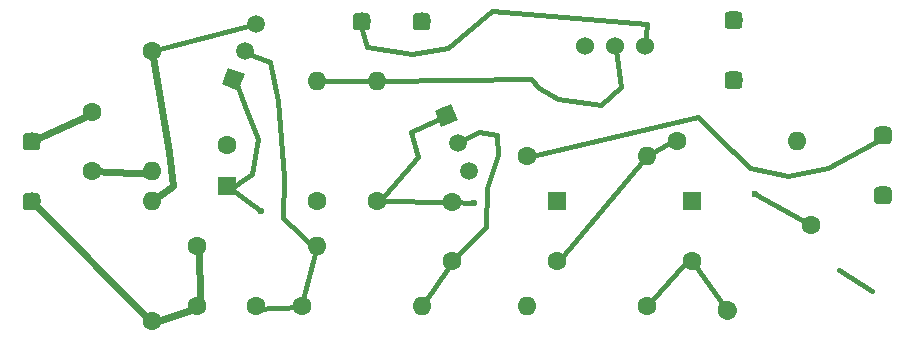
<source format=gbr>
G04 #@! TF.GenerationSoftware,KiCad,Pcbnew,(5.1.4)-1*
G04 #@! TF.CreationDate,2021-03-27T03:22:11-04:00*
G04 #@! TF.ProjectId,klark amp boards,6b6c6172-6b20-4616-9d70-20626f617264,1*
G04 #@! TF.SameCoordinates,Original*
G04 #@! TF.FileFunction,Copper,L1,Top*
G04 #@! TF.FilePolarity,Positive*
%FSLAX46Y46*%
G04 Gerber Fmt 4.6, Leading zero omitted, Abs format (unit mm)*
G04 Created by KiCad (PCBNEW (5.1.4)-1) date 2021-03-27 03:22:11*
%MOMM*%
%LPD*%
G04 APERTURE LIST*
%ADD10C,1.500000*%
%ADD11C,0.152400*%
%ADD12C,1.524000*%
%ADD13O,1.600000X1.600000*%
%ADD14C,1.600000*%
%ADD15C,1.600000*%
%ADD16R,1.600000X1.600000*%
%ADD17C,0.600000*%
%ADD18C,0.400000*%
%ADD19C,0.600000*%
G04 APERTURE END LIST*
D10*
X167190420Y-84155280D03*
D11*
G36*
X166784523Y-85135202D02*
G01*
X166210498Y-83749383D01*
X167596317Y-83175358D01*
X168170342Y-84561177D01*
X166784523Y-85135202D01*
X166784523Y-85135202D01*
G37*
D10*
X169134452Y-88848588D03*
X168162436Y-86501934D03*
X149148800Y-81081880D03*
D11*
G36*
X150128722Y-80675983D02*
G01*
X149554697Y-82061802D01*
X148168878Y-81487777D01*
X148742903Y-80101958D01*
X150128722Y-80675983D01*
X150128722Y-80675983D01*
G37*
D10*
X151092832Y-76388572D03*
X150120816Y-78735226D03*
D11*
G36*
X191925216Y-80432746D02*
G01*
X191961619Y-80438146D01*
X191997317Y-80447087D01*
X192031966Y-80459485D01*
X192065234Y-80475220D01*
X192096799Y-80494139D01*
X192126357Y-80516061D01*
X192153625Y-80540775D01*
X192178339Y-80568043D01*
X192200261Y-80597601D01*
X192219180Y-80629166D01*
X192234915Y-80662434D01*
X192247313Y-80697083D01*
X192256254Y-80732781D01*
X192261654Y-80769184D01*
X192263460Y-80805940D01*
X192263460Y-81555940D01*
X192261654Y-81592696D01*
X192256254Y-81629099D01*
X192247313Y-81664797D01*
X192234915Y-81699446D01*
X192219180Y-81732714D01*
X192200261Y-81764279D01*
X192178339Y-81793837D01*
X192153625Y-81821105D01*
X192126357Y-81845819D01*
X192096799Y-81867741D01*
X192065234Y-81886660D01*
X192031966Y-81902395D01*
X191997317Y-81914793D01*
X191961619Y-81923734D01*
X191925216Y-81929134D01*
X191888460Y-81930940D01*
X191138460Y-81930940D01*
X191101704Y-81929134D01*
X191065301Y-81923734D01*
X191029603Y-81914793D01*
X190994954Y-81902395D01*
X190961686Y-81886660D01*
X190930121Y-81867741D01*
X190900563Y-81845819D01*
X190873295Y-81821105D01*
X190848581Y-81793837D01*
X190826659Y-81764279D01*
X190807740Y-81732714D01*
X190792005Y-81699446D01*
X190779607Y-81664797D01*
X190770666Y-81629099D01*
X190765266Y-81592696D01*
X190763460Y-81555940D01*
X190763460Y-80805940D01*
X190765266Y-80769184D01*
X190770666Y-80732781D01*
X190779607Y-80697083D01*
X190792005Y-80662434D01*
X190807740Y-80629166D01*
X190826659Y-80597601D01*
X190848581Y-80568043D01*
X190873295Y-80540775D01*
X190900563Y-80516061D01*
X190930121Y-80494139D01*
X190961686Y-80475220D01*
X190994954Y-80459485D01*
X191029603Y-80447087D01*
X191065301Y-80438146D01*
X191101704Y-80432746D01*
X191138460Y-80430940D01*
X191888460Y-80430940D01*
X191925216Y-80432746D01*
X191925216Y-80432746D01*
G37*
D10*
X191513460Y-81180940D03*
D11*
G36*
X191925216Y-75352746D02*
G01*
X191961619Y-75358146D01*
X191997317Y-75367087D01*
X192031966Y-75379485D01*
X192065234Y-75395220D01*
X192096799Y-75414139D01*
X192126357Y-75436061D01*
X192153625Y-75460775D01*
X192178339Y-75488043D01*
X192200261Y-75517601D01*
X192219180Y-75549166D01*
X192234915Y-75582434D01*
X192247313Y-75617083D01*
X192256254Y-75652781D01*
X192261654Y-75689184D01*
X192263460Y-75725940D01*
X192263460Y-76475940D01*
X192261654Y-76512696D01*
X192256254Y-76549099D01*
X192247313Y-76584797D01*
X192234915Y-76619446D01*
X192219180Y-76652714D01*
X192200261Y-76684279D01*
X192178339Y-76713837D01*
X192153625Y-76741105D01*
X192126357Y-76765819D01*
X192096799Y-76787741D01*
X192065234Y-76806660D01*
X192031966Y-76822395D01*
X191997317Y-76834793D01*
X191961619Y-76843734D01*
X191925216Y-76849134D01*
X191888460Y-76850940D01*
X191138460Y-76850940D01*
X191101704Y-76849134D01*
X191065301Y-76843734D01*
X191029603Y-76834793D01*
X190994954Y-76822395D01*
X190961686Y-76806660D01*
X190930121Y-76787741D01*
X190900563Y-76765819D01*
X190873295Y-76741105D01*
X190848581Y-76713837D01*
X190826659Y-76684279D01*
X190807740Y-76652714D01*
X190792005Y-76619446D01*
X190779607Y-76584797D01*
X190770666Y-76549099D01*
X190765266Y-76512696D01*
X190763460Y-76475940D01*
X190763460Y-75725940D01*
X190765266Y-75689184D01*
X190770666Y-75652781D01*
X190779607Y-75617083D01*
X190792005Y-75582434D01*
X190807740Y-75549166D01*
X190826659Y-75517601D01*
X190848581Y-75488043D01*
X190873295Y-75460775D01*
X190900563Y-75436061D01*
X190930121Y-75414139D01*
X190961686Y-75395220D01*
X190994954Y-75379485D01*
X191029603Y-75367087D01*
X191065301Y-75358146D01*
X191101704Y-75352746D01*
X191138460Y-75350940D01*
X191888460Y-75350940D01*
X191925216Y-75352746D01*
X191925216Y-75352746D01*
G37*
D10*
X191513460Y-76100940D03*
D11*
G36*
X165511756Y-75451806D02*
G01*
X165548159Y-75457206D01*
X165583857Y-75466147D01*
X165618506Y-75478545D01*
X165651774Y-75494280D01*
X165683339Y-75513199D01*
X165712897Y-75535121D01*
X165740165Y-75559835D01*
X165764879Y-75587103D01*
X165786801Y-75616661D01*
X165805720Y-75648226D01*
X165821455Y-75681494D01*
X165833853Y-75716143D01*
X165842794Y-75751841D01*
X165848194Y-75788244D01*
X165850000Y-75825000D01*
X165850000Y-76575000D01*
X165848194Y-76611756D01*
X165842794Y-76648159D01*
X165833853Y-76683857D01*
X165821455Y-76718506D01*
X165805720Y-76751774D01*
X165786801Y-76783339D01*
X165764879Y-76812897D01*
X165740165Y-76840165D01*
X165712897Y-76864879D01*
X165683339Y-76886801D01*
X165651774Y-76905720D01*
X165618506Y-76921455D01*
X165583857Y-76933853D01*
X165548159Y-76942794D01*
X165511756Y-76948194D01*
X165475000Y-76950000D01*
X164725000Y-76950000D01*
X164688244Y-76948194D01*
X164651841Y-76942794D01*
X164616143Y-76933853D01*
X164581494Y-76921455D01*
X164548226Y-76905720D01*
X164516661Y-76886801D01*
X164487103Y-76864879D01*
X164459835Y-76840165D01*
X164435121Y-76812897D01*
X164413199Y-76783339D01*
X164394280Y-76751774D01*
X164378545Y-76718506D01*
X164366147Y-76683857D01*
X164357206Y-76648159D01*
X164351806Y-76611756D01*
X164350000Y-76575000D01*
X164350000Y-75825000D01*
X164351806Y-75788244D01*
X164357206Y-75751841D01*
X164366147Y-75716143D01*
X164378545Y-75681494D01*
X164394280Y-75648226D01*
X164413199Y-75616661D01*
X164435121Y-75587103D01*
X164459835Y-75559835D01*
X164487103Y-75535121D01*
X164516661Y-75513199D01*
X164548226Y-75494280D01*
X164581494Y-75478545D01*
X164616143Y-75466147D01*
X164651841Y-75457206D01*
X164688244Y-75451806D01*
X164725000Y-75450000D01*
X165475000Y-75450000D01*
X165511756Y-75451806D01*
X165511756Y-75451806D01*
G37*
D10*
X165100000Y-76200000D03*
D11*
G36*
X160431756Y-75451806D02*
G01*
X160468159Y-75457206D01*
X160503857Y-75466147D01*
X160538506Y-75478545D01*
X160571774Y-75494280D01*
X160603339Y-75513199D01*
X160632897Y-75535121D01*
X160660165Y-75559835D01*
X160684879Y-75587103D01*
X160706801Y-75616661D01*
X160725720Y-75648226D01*
X160741455Y-75681494D01*
X160753853Y-75716143D01*
X160762794Y-75751841D01*
X160768194Y-75788244D01*
X160770000Y-75825000D01*
X160770000Y-76575000D01*
X160768194Y-76611756D01*
X160762794Y-76648159D01*
X160753853Y-76683857D01*
X160741455Y-76718506D01*
X160725720Y-76751774D01*
X160706801Y-76783339D01*
X160684879Y-76812897D01*
X160660165Y-76840165D01*
X160632897Y-76864879D01*
X160603339Y-76886801D01*
X160571774Y-76905720D01*
X160538506Y-76921455D01*
X160503857Y-76933853D01*
X160468159Y-76942794D01*
X160431756Y-76948194D01*
X160395000Y-76950000D01*
X159645000Y-76950000D01*
X159608244Y-76948194D01*
X159571841Y-76942794D01*
X159536143Y-76933853D01*
X159501494Y-76921455D01*
X159468226Y-76905720D01*
X159436661Y-76886801D01*
X159407103Y-76864879D01*
X159379835Y-76840165D01*
X159355121Y-76812897D01*
X159333199Y-76783339D01*
X159314280Y-76751774D01*
X159298545Y-76718506D01*
X159286147Y-76683857D01*
X159277206Y-76648159D01*
X159271806Y-76611756D01*
X159270000Y-76575000D01*
X159270000Y-75825000D01*
X159271806Y-75788244D01*
X159277206Y-75751841D01*
X159286147Y-75716143D01*
X159298545Y-75681494D01*
X159314280Y-75648226D01*
X159333199Y-75616661D01*
X159355121Y-75587103D01*
X159379835Y-75559835D01*
X159407103Y-75535121D01*
X159436661Y-75513199D01*
X159468226Y-75494280D01*
X159501494Y-75478545D01*
X159536143Y-75466147D01*
X159571841Y-75457206D01*
X159608244Y-75451806D01*
X159645000Y-75450000D01*
X160395000Y-75450000D01*
X160431756Y-75451806D01*
X160431756Y-75451806D01*
G37*
D10*
X160020000Y-76200000D03*
D12*
X178960046Y-78297120D03*
X184040046Y-78297120D03*
X181500046Y-78297120D03*
D13*
X184150000Y-87630000D03*
D14*
X173990000Y-87630000D03*
X190928175Y-100630805D03*
D15*
X190928175Y-100630805D02*
X190928175Y-100630805D01*
D14*
X198112380Y-93446600D03*
D13*
X196850000Y-86360000D03*
D14*
X186690000Y-86360000D03*
D13*
X173990000Y-100330000D03*
D14*
X184150000Y-100330000D03*
D13*
X161290000Y-81280000D03*
D14*
X161290000Y-91440000D03*
D13*
X165100000Y-100330000D03*
D14*
X154940000Y-100330000D03*
D13*
X156210000Y-95250000D03*
D14*
X146050000Y-95250000D03*
D13*
X156210000Y-81280000D03*
D14*
X156210000Y-91440000D03*
D13*
X142240000Y-91440000D03*
D14*
X142240000Y-101600000D03*
D13*
X142240000Y-88900000D03*
D14*
X142240000Y-78740000D03*
D11*
G36*
X204576956Y-90173646D02*
G01*
X204613359Y-90179046D01*
X204649057Y-90187987D01*
X204683706Y-90200385D01*
X204716974Y-90216120D01*
X204748539Y-90235039D01*
X204778097Y-90256961D01*
X204805365Y-90281675D01*
X204830079Y-90308943D01*
X204852001Y-90338501D01*
X204870920Y-90370066D01*
X204886655Y-90403334D01*
X204899053Y-90437983D01*
X204907994Y-90473681D01*
X204913394Y-90510084D01*
X204915200Y-90546840D01*
X204915200Y-91296840D01*
X204913394Y-91333596D01*
X204907994Y-91369999D01*
X204899053Y-91405697D01*
X204886655Y-91440346D01*
X204870920Y-91473614D01*
X204852001Y-91505179D01*
X204830079Y-91534737D01*
X204805365Y-91562005D01*
X204778097Y-91586719D01*
X204748539Y-91608641D01*
X204716974Y-91627560D01*
X204683706Y-91643295D01*
X204649057Y-91655693D01*
X204613359Y-91664634D01*
X204576956Y-91670034D01*
X204540200Y-91671840D01*
X203790200Y-91671840D01*
X203753444Y-91670034D01*
X203717041Y-91664634D01*
X203681343Y-91655693D01*
X203646694Y-91643295D01*
X203613426Y-91627560D01*
X203581861Y-91608641D01*
X203552303Y-91586719D01*
X203525035Y-91562005D01*
X203500321Y-91534737D01*
X203478399Y-91505179D01*
X203459480Y-91473614D01*
X203443745Y-91440346D01*
X203431347Y-91405697D01*
X203422406Y-91369999D01*
X203417006Y-91333596D01*
X203415200Y-91296840D01*
X203415200Y-90546840D01*
X203417006Y-90510084D01*
X203422406Y-90473681D01*
X203431347Y-90437983D01*
X203443745Y-90403334D01*
X203459480Y-90370066D01*
X203478399Y-90338501D01*
X203500321Y-90308943D01*
X203525035Y-90281675D01*
X203552303Y-90256961D01*
X203581861Y-90235039D01*
X203613426Y-90216120D01*
X203646694Y-90200385D01*
X203681343Y-90187987D01*
X203717041Y-90179046D01*
X203753444Y-90173646D01*
X203790200Y-90171840D01*
X204540200Y-90171840D01*
X204576956Y-90173646D01*
X204576956Y-90173646D01*
G37*
D10*
X204165200Y-90921840D03*
D11*
G36*
X204576956Y-85093646D02*
G01*
X204613359Y-85099046D01*
X204649057Y-85107987D01*
X204683706Y-85120385D01*
X204716974Y-85136120D01*
X204748539Y-85155039D01*
X204778097Y-85176961D01*
X204805365Y-85201675D01*
X204830079Y-85228943D01*
X204852001Y-85258501D01*
X204870920Y-85290066D01*
X204886655Y-85323334D01*
X204899053Y-85357983D01*
X204907994Y-85393681D01*
X204913394Y-85430084D01*
X204915200Y-85466840D01*
X204915200Y-86216840D01*
X204913394Y-86253596D01*
X204907994Y-86289999D01*
X204899053Y-86325697D01*
X204886655Y-86360346D01*
X204870920Y-86393614D01*
X204852001Y-86425179D01*
X204830079Y-86454737D01*
X204805365Y-86482005D01*
X204778097Y-86506719D01*
X204748539Y-86528641D01*
X204716974Y-86547560D01*
X204683706Y-86563295D01*
X204649057Y-86575693D01*
X204613359Y-86584634D01*
X204576956Y-86590034D01*
X204540200Y-86591840D01*
X203790200Y-86591840D01*
X203753444Y-86590034D01*
X203717041Y-86584634D01*
X203681343Y-86575693D01*
X203646694Y-86563295D01*
X203613426Y-86547560D01*
X203581861Y-86528641D01*
X203552303Y-86506719D01*
X203525035Y-86482005D01*
X203500321Y-86454737D01*
X203478399Y-86425179D01*
X203459480Y-86393614D01*
X203443745Y-86360346D01*
X203431347Y-86325697D01*
X203422406Y-86289999D01*
X203417006Y-86253596D01*
X203415200Y-86216840D01*
X203415200Y-85466840D01*
X203417006Y-85430084D01*
X203422406Y-85393681D01*
X203431347Y-85357983D01*
X203443745Y-85323334D01*
X203459480Y-85290066D01*
X203478399Y-85258501D01*
X203500321Y-85228943D01*
X203525035Y-85201675D01*
X203552303Y-85176961D01*
X203581861Y-85155039D01*
X203613426Y-85136120D01*
X203646694Y-85120385D01*
X203681343Y-85107987D01*
X203717041Y-85099046D01*
X203753444Y-85093646D01*
X203790200Y-85091840D01*
X204540200Y-85091840D01*
X204576956Y-85093646D01*
X204576956Y-85093646D01*
G37*
D10*
X204165200Y-85841840D03*
D11*
G36*
X132491756Y-90691806D02*
G01*
X132528159Y-90697206D01*
X132563857Y-90706147D01*
X132598506Y-90718545D01*
X132631774Y-90734280D01*
X132663339Y-90753199D01*
X132692897Y-90775121D01*
X132720165Y-90799835D01*
X132744879Y-90827103D01*
X132766801Y-90856661D01*
X132785720Y-90888226D01*
X132801455Y-90921494D01*
X132813853Y-90956143D01*
X132822794Y-90991841D01*
X132828194Y-91028244D01*
X132830000Y-91065000D01*
X132830000Y-91815000D01*
X132828194Y-91851756D01*
X132822794Y-91888159D01*
X132813853Y-91923857D01*
X132801455Y-91958506D01*
X132785720Y-91991774D01*
X132766801Y-92023339D01*
X132744879Y-92052897D01*
X132720165Y-92080165D01*
X132692897Y-92104879D01*
X132663339Y-92126801D01*
X132631774Y-92145720D01*
X132598506Y-92161455D01*
X132563857Y-92173853D01*
X132528159Y-92182794D01*
X132491756Y-92188194D01*
X132455000Y-92190000D01*
X131705000Y-92190000D01*
X131668244Y-92188194D01*
X131631841Y-92182794D01*
X131596143Y-92173853D01*
X131561494Y-92161455D01*
X131528226Y-92145720D01*
X131496661Y-92126801D01*
X131467103Y-92104879D01*
X131439835Y-92080165D01*
X131415121Y-92052897D01*
X131393199Y-92023339D01*
X131374280Y-91991774D01*
X131358545Y-91958506D01*
X131346147Y-91923857D01*
X131337206Y-91888159D01*
X131331806Y-91851756D01*
X131330000Y-91815000D01*
X131330000Y-91065000D01*
X131331806Y-91028244D01*
X131337206Y-90991841D01*
X131346147Y-90956143D01*
X131358545Y-90921494D01*
X131374280Y-90888226D01*
X131393199Y-90856661D01*
X131415121Y-90827103D01*
X131439835Y-90799835D01*
X131467103Y-90775121D01*
X131496661Y-90753199D01*
X131528226Y-90734280D01*
X131561494Y-90718545D01*
X131596143Y-90706147D01*
X131631841Y-90697206D01*
X131668244Y-90691806D01*
X131705000Y-90690000D01*
X132455000Y-90690000D01*
X132491756Y-90691806D01*
X132491756Y-90691806D01*
G37*
D10*
X132080000Y-91440000D03*
D11*
G36*
X132491756Y-85611806D02*
G01*
X132528159Y-85617206D01*
X132563857Y-85626147D01*
X132598506Y-85638545D01*
X132631774Y-85654280D01*
X132663339Y-85673199D01*
X132692897Y-85695121D01*
X132720165Y-85719835D01*
X132744879Y-85747103D01*
X132766801Y-85776661D01*
X132785720Y-85808226D01*
X132801455Y-85841494D01*
X132813853Y-85876143D01*
X132822794Y-85911841D01*
X132828194Y-85948244D01*
X132830000Y-85985000D01*
X132830000Y-86735000D01*
X132828194Y-86771756D01*
X132822794Y-86808159D01*
X132813853Y-86843857D01*
X132801455Y-86878506D01*
X132785720Y-86911774D01*
X132766801Y-86943339D01*
X132744879Y-86972897D01*
X132720165Y-87000165D01*
X132692897Y-87024879D01*
X132663339Y-87046801D01*
X132631774Y-87065720D01*
X132598506Y-87081455D01*
X132563857Y-87093853D01*
X132528159Y-87102794D01*
X132491756Y-87108194D01*
X132455000Y-87110000D01*
X131705000Y-87110000D01*
X131668244Y-87108194D01*
X131631841Y-87102794D01*
X131596143Y-87093853D01*
X131561494Y-87081455D01*
X131528226Y-87065720D01*
X131496661Y-87046801D01*
X131467103Y-87024879D01*
X131439835Y-87000165D01*
X131415121Y-86972897D01*
X131393199Y-86943339D01*
X131374280Y-86911774D01*
X131358545Y-86878506D01*
X131346147Y-86843857D01*
X131337206Y-86808159D01*
X131331806Y-86771756D01*
X131330000Y-86735000D01*
X131330000Y-85985000D01*
X131331806Y-85948244D01*
X131337206Y-85911841D01*
X131346147Y-85876143D01*
X131358545Y-85841494D01*
X131374280Y-85808226D01*
X131393199Y-85776661D01*
X131415121Y-85747103D01*
X131439835Y-85719835D01*
X131467103Y-85695121D01*
X131496661Y-85673199D01*
X131528226Y-85654280D01*
X131561494Y-85638545D01*
X131596143Y-85626147D01*
X131631841Y-85617206D01*
X131668244Y-85611806D01*
X131705000Y-85610000D01*
X132455000Y-85610000D01*
X132491756Y-85611806D01*
X132491756Y-85611806D01*
G37*
D10*
X132080000Y-86360000D03*
D14*
X176530000Y-96440000D03*
D16*
X176530000Y-91440000D03*
D14*
X187960000Y-96440000D03*
D16*
X187960000Y-91440000D03*
D14*
X167640000Y-91520000D03*
X167640000Y-96520000D03*
X148590000Y-86670000D03*
D16*
X148590000Y-90170000D03*
D14*
X151050000Y-100330000D03*
X146050000Y-100330000D03*
X137160000Y-83900000D03*
X137160000Y-88900000D03*
D17*
X151521160Y-92212160D03*
X169532300Y-91567000D03*
X193357500Y-90830400D03*
D18*
X203200000Y-99060000D02*
X200418700Y-97282000D01*
D19*
X132080000Y-91440000D02*
X142298420Y-101721920D01*
X142298420Y-101721920D02*
X146326860Y-100396040D01*
X146326860Y-100396040D02*
X146225260Y-94787720D01*
D18*
X184040046Y-78297120D02*
X184231280Y-76377800D01*
X184231280Y-76377800D02*
X171063920Y-75275440D01*
X171063920Y-75275440D02*
X167373300Y-78478380D01*
X167373300Y-78478380D02*
X164299900Y-78966060D01*
X164299900Y-78966060D02*
X160461960Y-78394560D01*
X160461960Y-78394560D02*
X159887920Y-76314300D01*
D19*
X132080000Y-86360000D02*
X136743440Y-84183220D01*
X137160000Y-88900000D02*
X142453360Y-89128600D01*
D18*
X152288240Y-79662020D02*
X152968960Y-82905600D01*
X152968960Y-82905600D02*
X153474420Y-89344500D01*
X153474420Y-89344500D02*
X153403300Y-92814140D01*
X153403300Y-92814140D02*
X156377640Y-95717360D01*
X156210000Y-95250000D02*
X154889200Y-100340160D01*
X154889200Y-100340160D02*
X150992840Y-100512880D01*
X152288240Y-79662020D02*
X150235920Y-78887320D01*
X150213060Y-83591400D02*
X151262080Y-86169500D01*
X151262080Y-86169500D02*
X150751540Y-89108280D01*
X150751540Y-89108280D02*
X148523960Y-90670380D01*
X148590000Y-90170000D02*
X151521160Y-92212160D01*
X150213060Y-83591400D02*
X149415500Y-81348580D01*
X161290000Y-91440000D02*
X167784780Y-91503500D01*
X164249100Y-85595460D02*
X164807900Y-87688420D01*
X164807900Y-87688420D02*
X161465260Y-91442540D01*
X167640000Y-91520000D02*
X169532300Y-91567000D01*
X164249100Y-85595460D02*
X167322500Y-84081620D01*
X165100000Y-100330000D02*
X167606980Y-96720660D01*
X167640000Y-96520000D02*
X170550840Y-93621860D01*
X170550840Y-93621860D02*
X170682920Y-90263980D01*
X170682920Y-90263980D02*
X171538900Y-87495380D01*
X171538900Y-87495380D02*
X171508420Y-85841840D01*
X171508420Y-85841840D02*
X169933620Y-85516720D01*
X169933620Y-85516720D02*
X168084500Y-86474300D01*
X184150000Y-100330000D02*
X187764420Y-96344740D01*
X187960000Y-96440000D02*
X190949580Y-100622100D01*
X184150000Y-87630000D02*
X186352180Y-86360000D01*
X184150000Y-87630000D02*
X176616360Y-96522540D01*
X198112380Y-93446600D02*
X193357500Y-90830400D01*
X189976760Y-85740240D02*
X188480700Y-84305140D01*
X188480700Y-84305140D02*
X174099220Y-87693500D01*
X189976760Y-85740240D02*
X192925700Y-88607900D01*
X192925700Y-88607900D02*
X196164200Y-89270840D01*
X196164200Y-89270840D02*
X199494140Y-88607900D01*
X199494140Y-88607900D02*
X204322680Y-85940900D01*
D19*
X142240000Y-91440000D02*
X144015460Y-90149680D01*
X144015460Y-90149680D02*
X143758920Y-87218520D01*
X143758920Y-87218520D02*
X142273020Y-78679040D01*
D18*
X142240000Y-78740000D02*
X151096980Y-76426060D01*
X156210000Y-81280000D02*
X161650680Y-81198720D01*
X161650680Y-81198720D02*
X174398940Y-81071720D01*
X174398940Y-81071720D02*
X175011080Y-81861660D01*
X175011080Y-81861660D02*
X176639220Y-82776060D01*
X176639220Y-82776060D02*
X180301900Y-83286600D01*
X180301900Y-83286600D02*
X181980840Y-81785460D01*
X181980840Y-81785460D02*
X181574440Y-78579980D01*
M02*

</source>
